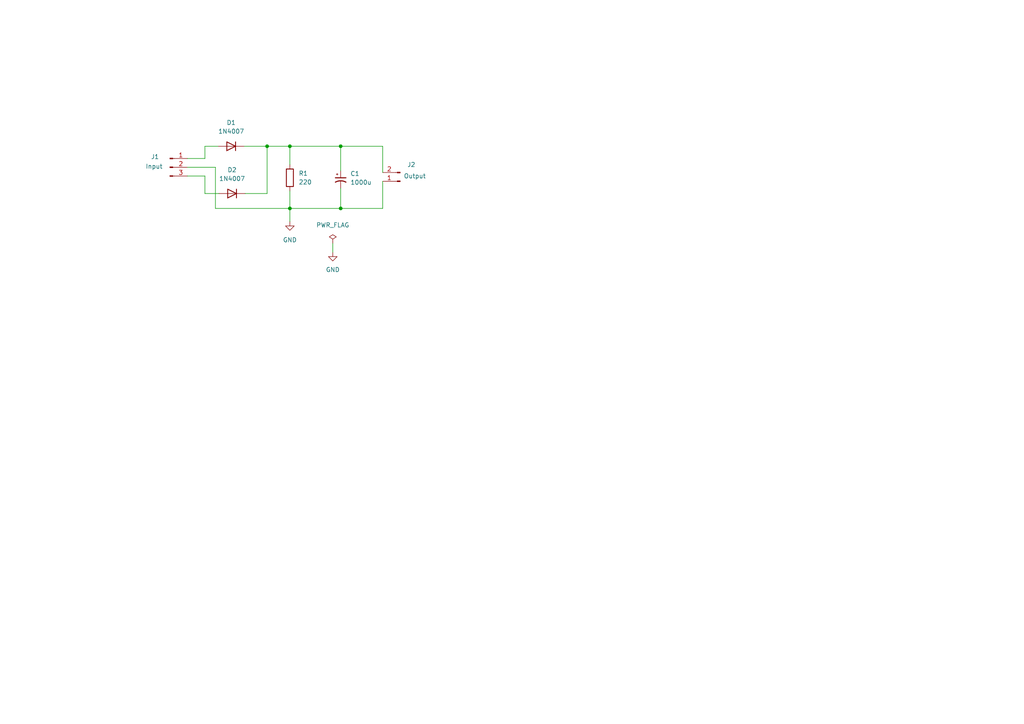
<source format=kicad_sch>
(kicad_sch (version 20211123) (generator eeschema)
  (paper "A4")
  (title_block (title "Center Tapped Full Wave Rectifier") (date "2023-03-03") (rev "V0.1") (company "Goa College of Engineering") (comment 1 "Electronics and Telecommunications Engineering") (comment 2 "ESD Practical") (comment 3 "201104012 Batch A") (comment 4 "Atmanand Manoj Gauns"))
  (lib_symbols
    (symbol "Connector:Conn_01x02_Male" (pin_names (offset 1.016) hide)
      (property "Reference" "J" (at 0 2.54 0))
      (property "Value" "Conn_01x02_Male" (at 0 -5.08 0))
      (symbol "Conn_01x02_Male_1_1"
        (polyline (pts (xy 1.27 -2.54) (xy 0.8636 -2.54)) (stroke (width 0.1524)))
        (polyline (pts (xy 1.27 0) (xy 0.8636 0)) (stroke (width 0.1524)))
        (rectangle (start 0.8636 -2.413) (end 0 -2.667) (stroke (width 0.1524)) (fill (type outline)))
        (rectangle (start 0.8636 0.127) (end 0 -0.127) (stroke (width 0.1524)) (fill (type outline)))
        (pin passive line (at 5.08 0 180) (length 3.81) (name "Pin_1") (number "1"))
        (pin passive line (at 5.08 -2.54 180) (length 3.81) (name "Pin_2") (number "2"))
      )
    )
    (symbol "Connector:Conn_01x03_Male" (pin_names (offset 1.016) hide)
      (property "Reference" "J" (at 0 5.08 0))
      (property "Value" "Conn_01x03_Male" (at 0 -5.08 0))
      (symbol "Conn_01x03_Male_1_1"
        (polyline (pts (xy 1.27 -2.54) (xy 0.8636 -2.54)) (stroke (width 0.1524)))
        (polyline (pts (xy 1.27 0) (xy 0.8636 0)) (stroke (width 0.1524)))
        (polyline (pts (xy 1.27 2.54) (xy 0.8636 2.54)) (stroke (width 0.1524)))
        (rectangle (start 0.8636 -2.413) (end 0 -2.667) (stroke (width 0.1524)) (fill (type outline)))
        (rectangle (start 0.8636 0.127) (end 0 -0.127) (stroke (width 0.1524)) (fill (type outline)))
        (rectangle (start 0.8636 2.667) (end 0 2.413) (stroke (width 0.1524)) (fill (type outline)))
        (pin passive line (at 5.08 2.54 180) (length 3.81) (name "Pin_1") (number "1"))
        (pin passive line (at 5.08 0 180) (length 3.81) (name "Pin_2") (number "2"))
        (pin passive line (at 5.08 -2.54 180) (length 3.81) (name "Pin_3") (number "3"))
      )
    )
    (symbol "Device:C_Polarized_Small_US" (pin_numbers hide) (pin_names (offset 0.254) hide)
      (property "Reference" "C" (at 0.254 1.778 0))
      (property "Value" "C_Polarized_Small_US" (at 0.254 -2.032 0))
      (symbol "C_Polarized_Small_US_0_1"
        (polyline (pts (xy -1.524 0.508) (xy 1.524 0.508)) (stroke (width 0.3048)))
        (polyline (pts (xy -1.27 1.524) (xy -0.762 1.524)))
        (polyline (pts (xy -1.016 1.27) (xy -1.016 1.778)))
        (arc (start 1.524 -0.762) (mid 0 -0.3734) (end -1.524 -0.762) (stroke (width 0.3048)))
      )
      (symbol "C_Polarized_Small_US_1_1"
        (pin passive line (at 0 2.54 270) (length 2.032) (name "~") (number "1"))
        (pin passive line (at 0 -2.54 90) (length 2.032) (name "~") (number "2"))
      )
    )
    (symbol "Device:R" (pin_numbers hide) (pin_names (offset 0))
      (property "Reference" "R" (at 2.032 0 90))
      (property "Value" "R" (at 0 0 90))
      (symbol "R_0_1"
        (rectangle (start -1.016 -2.54) (end 1.016 2.54) (stroke (width 0.254)))
      )
      (symbol "R_1_1"
        (pin passive line (at 0 3.81 270) (length 1.27) (name "~") (number "1"))
        (pin passive line (at 0 -3.81 90) (length 1.27) (name "~") (number "2"))
      )
    )
    (symbol "Diode:1N4007" (pin_numbers hide) (pin_names hide)
      (property "Reference" "D" (at 0 2.54 0))
      (property "Value" "1N4007" (at 0 -2.54 0))
      (symbol "1N4007_0_1"
        (polyline (pts (xy -1.27 1.27) (xy -1.27 -1.27)) (stroke (width 0.254)))
        (polyline (pts (xy 1.27 0) (xy -1.27 0)))
        (polyline (pts (xy 1.27 1.27) (xy 1.27 -1.27) (xy -1.27 0) (xy 1.27 1.27)) (stroke (width 0.254)))
      )
      (symbol "1N4007_1_1"
        (pin passive line (at -3.81 0 0) (length 2.54) (name "K") (number "1"))
        (pin passive line (at 3.81 0 180) (length 2.54) (name "A") (number "2"))
      )
    )
    (symbol "power:GND" (power) (pin_names (offset 0))
      (property "Value" "GND" (at 0 -3.81 0))
      (symbol "GND_0_1"
        (polyline (pts (xy 0 0) (xy 0 -1.27) (xy 1.27 -1.27) (xy 0 -2.54) (xy -1.27 -1.27) (xy 0 -1.27)))
      )
      (symbol "GND_1_1"
        (pin power_in line (at 0 0 270) (length 0) hide (name "GND") (number "1"))
      )
    )
    (symbol "power:PWR_FLAG" (power) (pin_numbers hide) (pin_names (offset 0) hide)
      (property "Value" "PWR_FLAG" (at 0 3.81 0))
      (symbol "PWR_FLAG_0_0"
        (pin power_out line (at 0 0 90) (length 0) (name "pwr") (number "1"))
      )
      (symbol "PWR_FLAG_0_1"
        (polyline (pts (xy 0 0) (xy 0 1.27) (xy -1.016 1.905) (xy 0 2.54) (xy 1.016 1.905) (xy 0 1.27)))
      )
    )
  )
  (junction (at 77.47 42.418))
  (junction (at 98.806 42.418))
  (junction (at 98.806 60.452))
  (junction (at 84.074 42.418))
  (junction (at 84.074 60.452))
  (wire (pts (xy 110.998 60.452) (xy 110.998 52.578)))
  (wire (pts (xy 62.484 48.514) (xy 62.484 60.452)))
  (wire (pts (xy 84.074 42.418) (xy 84.074 47.752)))
  (wire (pts (xy 77.47 56.134) (xy 77.47 42.418)))
  (wire (pts (xy 59.436 56.134) (xy 63.5 56.134)))
  (wire (pts (xy 54.356 48.514) (xy 62.484 48.514)))
  (wire (pts (xy 62.484 60.452) (xy 84.074 60.452)))
  (wire (pts (xy 70.866 42.418) (xy 77.47 42.418)))
  (wire (pts (xy 110.998 42.418) (xy 110.998 50.038)))
  (wire (pts (xy 54.356 45.974) (xy 59.436 45.974)))
  (wire (pts (xy 110.998 42.418) (xy 98.806 42.418)))
  (wire (pts (xy 59.436 45.974) (xy 59.436 42.418)))
  (wire (pts (xy 96.52 70.612) (xy 96.52 73.152)))
  (wire (pts (xy 98.806 42.418) (xy 98.806 49.53)))
  (wire (pts (xy 77.47 42.418) (xy 84.074 42.418)))
  (wire (pts (xy 71.12 56.134) (xy 77.47 56.134)))
  (wire (pts (xy 84.074 60.452) (xy 98.806 60.452)))
  (wire (pts (xy 59.436 42.418) (xy 63.246 42.418)))
  (wire (pts (xy 84.074 60.452) (xy 84.074 64.262)))
  (wire (pts (xy 84.074 55.372) (xy 84.074 60.452)))
  (wire (pts (xy 54.356 51.054) (xy 59.436 51.054)))
  (wire (pts (xy 84.074 42.418) (xy 98.806 42.418)))
  (wire (pts (xy 98.806 54.61) (xy 98.806 60.452)))
  (wire (pts (xy 110.998 60.452) (xy 98.806 60.452)))
  (wire (pts (xy 59.436 51.054) (xy 59.436 56.134)))
  (symbol (lib_id "power:GND") (at 84.074 64.262 0) (unit 1)
    (property "Reference" "#PWR0101" (effects hide))
    (property "Value" "GND" (at 84.074 69.596 0))
  )
  (symbol (lib_id "Diode:1N4007") (at 67.31 56.134 180) (unit 1)
    (property "Reference" "D2" (at 67.31 49.276 0))
    (property "Value" "1N4007" (at 67.31 51.816 0))
    (property "Footprint" "Diode_THT:D_DO-41_SOD81_P10.16mm_Horizontal" (effects hide))
    (property "Datasheet" "http://www.vishay.com/docs/88503/1n4001.pdf" (effects hide))
  )
  (symbol (lib_id "power:GND") (at 96.52 73.152 0) (unit 1)
    (property "Reference" "#PWR0102" (effects hide))
    (property "Value" "GND" (at 96.52 78.232 0))
  )
  (symbol (lib_id "Device:C_Polarized_Small_US") (at 98.806 52.07 0) (unit 1)
    (property "Reference" "C1" (at 101.6 50.3681 0) (effects (justify left)))
    (property "Value" "1000u" (at 101.6 52.9081 0) (effects (justify left)))
    (property "Footprint" "Capacitor_THT:CP_Radial_D10.0mm_P2.50mm_P5.00mm" (effects hide))
  )
  (symbol (lib_id "Diode:1N4007") (at 67.056 42.418 180) (unit 1)
    (property "Reference" "D1" (at 67.056 35.56 0))
    (property "Value" "1N4007" (at 67.056 38.1 0))
    (property "Footprint" "Diode_THT:D_DO-41_SOD81_P10.16mm_Horizontal" (effects hide))
    (property "Datasheet" "http://www.vishay.com/docs/88503/1n4001.pdf" (effects hide))
  )
  (symbol (lib_id "Device:R") (at 84.074 51.562 0) (unit 1)
    (property "Reference" "R1" (at 86.614 50.2919 0) (effects (justify left)))
    (property "Value" "220" (at 86.614 52.8319 0) (effects (justify left)))
    (property "Footprint" "Resistor_THT:R_Axial_DIN0414_L11.9mm_D4.5mm_P20.32mm_Horizontal" (effects hide))
  )
  (symbol (lib_id "Connector:Conn_01x03_Male") (at 49.276 48.514 0) (unit 1)
    (property "Reference" "J1" (at 44.958 45.466 0))
    (property "Value" "Input" (at 44.704 48.26 0))
    (property "Footprint" "Connector_PinHeader_2.54mm:PinHeader_1x03_P2.54mm_Vertical" (effects hide))
  )
  (symbol (lib_id "Connector:Conn_01x02_Male") (at 116.078 52.578 180) (unit 1)
    (property "Reference" "J2" (at 118.11 47.752 0) (effects (justify right)))
    (property "Value" "Output" (at 117.094 51.054 0) (effects (justify right)))
    (property "Footprint" "Connector_PinHeader_2.54mm:PinHeader_1x02_P2.54mm_Vertical" (effects hide))
  )
  (symbol (lib_id "power:PWR_FLAG") (at 96.52 70.612 0) (unit 1)
    (property "Reference" "#FLG0101" (effects hide))
    (property "Value" "PWR_FLAG" (at 96.52 65.278 0))
  )
)
</source>
